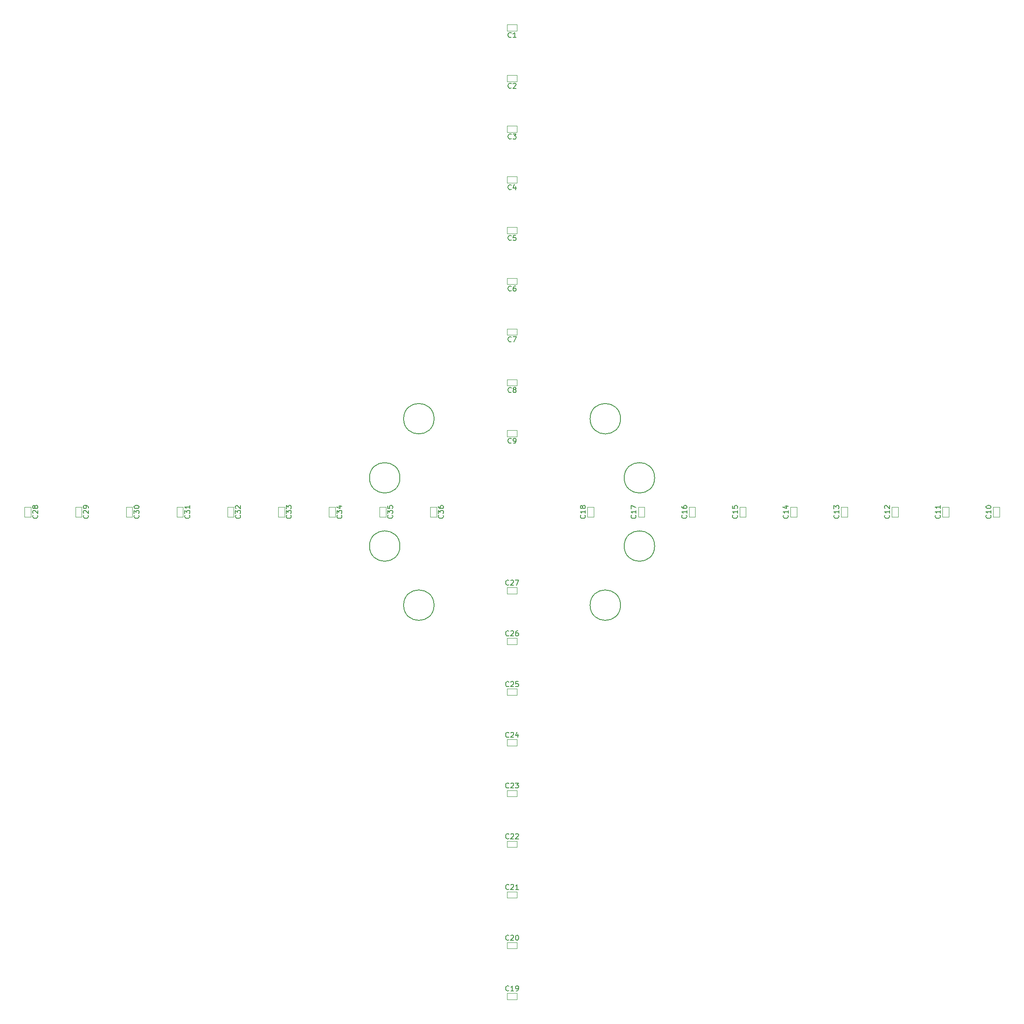
<source format=gbr>
G04 #@! TF.FileFunction,Other,Fab,Top*
%FSLAX46Y46*%
G04 Gerber Fmt 4.6, Leading zero omitted, Abs format (unit mm)*
G04 Created by KiCad (PCBNEW 4.0.4-1.fc24-product) date Wed Jul  5 07:31:47 2017*
%MOMM*%
%LPD*%
G01*
G04 APERTURE LIST*
%ADD10C,0.100000*%
%ADD11C,0.150000*%
G04 APERTURE END LIST*
D10*
X316120000Y-201000000D02*
X314880000Y-201000000D01*
X316120000Y-199000000D02*
X316120000Y-201000000D01*
X314880000Y-199000000D02*
X316120000Y-199000000D01*
X314880000Y-201000000D02*
X314880000Y-199000000D01*
X299000000Y-216120000D02*
X299000000Y-214880000D01*
X301000000Y-216120000D02*
X299000000Y-216120000D01*
X301000000Y-214880000D02*
X301000000Y-216120000D01*
X299000000Y-214880000D02*
X301000000Y-214880000D01*
X283880000Y-199000000D02*
X285120000Y-199000000D01*
X283880000Y-201000000D02*
X283880000Y-199000000D01*
X285120000Y-201000000D02*
X283880000Y-201000000D01*
X285120000Y-199000000D02*
X285120000Y-201000000D01*
X326120000Y-201000000D02*
X324880000Y-201000000D01*
X326120000Y-199000000D02*
X326120000Y-201000000D01*
X324880000Y-199000000D02*
X326120000Y-199000000D01*
X324880000Y-201000000D02*
X324880000Y-199000000D01*
X299000000Y-226120000D02*
X299000000Y-224880000D01*
X301000000Y-226120000D02*
X299000000Y-226120000D01*
X301000000Y-224880000D02*
X301000000Y-226120000D01*
X299000000Y-224880000D02*
X301000000Y-224880000D01*
X273880000Y-199000000D02*
X275120000Y-199000000D01*
X273880000Y-201000000D02*
X273880000Y-199000000D01*
X275120000Y-201000000D02*
X273880000Y-201000000D01*
X275120000Y-199000000D02*
X275120000Y-201000000D01*
X336120000Y-201000000D02*
X334880000Y-201000000D01*
X336120000Y-199000000D02*
X336120000Y-201000000D01*
X334880000Y-199000000D02*
X336120000Y-199000000D01*
X334880000Y-201000000D02*
X334880000Y-199000000D01*
X299000000Y-236120000D02*
X299000000Y-234880000D01*
X301000000Y-236120000D02*
X299000000Y-236120000D01*
X301000000Y-234880000D02*
X301000000Y-236120000D01*
X299000000Y-234880000D02*
X301000000Y-234880000D01*
X263880000Y-199000000D02*
X265120000Y-199000000D01*
X263880000Y-201000000D02*
X263880000Y-199000000D01*
X265120000Y-201000000D02*
X263880000Y-201000000D01*
X265120000Y-199000000D02*
X265120000Y-201000000D01*
X346120000Y-201000000D02*
X344880000Y-201000000D01*
X346120000Y-199000000D02*
X346120000Y-201000000D01*
X344880000Y-199000000D02*
X346120000Y-199000000D01*
X344880000Y-201000000D02*
X344880000Y-199000000D01*
X299000000Y-246120000D02*
X299000000Y-244880000D01*
X301000000Y-246120000D02*
X299000000Y-246120000D01*
X301000000Y-244880000D02*
X301000000Y-246120000D01*
X299000000Y-244880000D02*
X301000000Y-244880000D01*
X253880000Y-199000000D02*
X255120000Y-199000000D01*
X253880000Y-201000000D02*
X253880000Y-199000000D01*
X255120000Y-201000000D02*
X253880000Y-201000000D01*
X255120000Y-199000000D02*
X255120000Y-201000000D01*
X356120000Y-201000000D02*
X354880000Y-201000000D01*
X356120000Y-199000000D02*
X356120000Y-201000000D01*
X354880000Y-199000000D02*
X356120000Y-199000000D01*
X354880000Y-201000000D02*
X354880000Y-199000000D01*
X299000000Y-256120000D02*
X299000000Y-254880000D01*
X301000000Y-256120000D02*
X299000000Y-256120000D01*
X301000000Y-254880000D02*
X301000000Y-256120000D01*
X299000000Y-254880000D02*
X301000000Y-254880000D01*
X243880000Y-199000000D02*
X245120000Y-199000000D01*
X243880000Y-201000000D02*
X243880000Y-199000000D01*
X245120000Y-201000000D02*
X243880000Y-201000000D01*
X245120000Y-199000000D02*
X245120000Y-201000000D01*
X366120000Y-201000000D02*
X364880000Y-201000000D01*
X366120000Y-199000000D02*
X366120000Y-201000000D01*
X364880000Y-199000000D02*
X366120000Y-199000000D01*
X364880000Y-201000000D02*
X364880000Y-199000000D01*
X299000000Y-266120000D02*
X299000000Y-264880000D01*
X301000000Y-266120000D02*
X299000000Y-266120000D01*
X301000000Y-264880000D02*
X301000000Y-266120000D01*
X299000000Y-264880000D02*
X301000000Y-264880000D01*
X233880000Y-199000000D02*
X235120000Y-199000000D01*
X233880000Y-201000000D02*
X233880000Y-199000000D01*
X235120000Y-201000000D02*
X233880000Y-201000000D01*
X235120000Y-199000000D02*
X235120000Y-201000000D01*
X376120000Y-201000000D02*
X374880000Y-201000000D01*
X376120000Y-199000000D02*
X376120000Y-201000000D01*
X374880000Y-199000000D02*
X376120000Y-199000000D01*
X374880000Y-201000000D02*
X374880000Y-199000000D01*
X299000000Y-276120000D02*
X299000000Y-274880000D01*
X301000000Y-276120000D02*
X299000000Y-276120000D01*
X301000000Y-274880000D02*
X301000000Y-276120000D01*
X299000000Y-274880000D02*
X301000000Y-274880000D01*
X223880000Y-199000000D02*
X225120000Y-199000000D01*
X223880000Y-201000000D02*
X223880000Y-199000000D01*
X225120000Y-201000000D02*
X223880000Y-201000000D01*
X225120000Y-199000000D02*
X225120000Y-201000000D01*
X386120000Y-201000000D02*
X384880000Y-201000000D01*
X386120000Y-199000000D02*
X386120000Y-201000000D01*
X384880000Y-199000000D02*
X386120000Y-199000000D01*
X384880000Y-201000000D02*
X384880000Y-199000000D01*
X299000000Y-286120000D02*
X299000000Y-284880000D01*
X301000000Y-286120000D02*
X299000000Y-286120000D01*
X301000000Y-284880000D02*
X301000000Y-286120000D01*
X299000000Y-284880000D02*
X301000000Y-284880000D01*
X213880000Y-199000000D02*
X215120000Y-199000000D01*
X213880000Y-201000000D02*
X213880000Y-199000000D01*
X215120000Y-201000000D02*
X213880000Y-201000000D01*
X215120000Y-199000000D02*
X215120000Y-201000000D01*
X396120000Y-201000000D02*
X394880000Y-201000000D01*
X396120000Y-199000000D02*
X396120000Y-201000000D01*
X394880000Y-199000000D02*
X396120000Y-199000000D01*
X394880000Y-201000000D02*
X394880000Y-199000000D01*
X299000000Y-296120000D02*
X299000000Y-294880000D01*
X301000000Y-296120000D02*
X299000000Y-296120000D01*
X301000000Y-294880000D02*
X301000000Y-296120000D01*
X299000000Y-294880000D02*
X301000000Y-294880000D01*
X203880000Y-199000000D02*
X205120000Y-199000000D01*
X203880000Y-201000000D02*
X203880000Y-199000000D01*
X205120000Y-201000000D02*
X203880000Y-201000000D01*
X205120000Y-199000000D02*
X205120000Y-201000000D01*
X301000000Y-183880000D02*
X301000000Y-185120000D01*
X299000000Y-183880000D02*
X301000000Y-183880000D01*
X299000000Y-185120000D02*
X299000000Y-183880000D01*
X301000000Y-185120000D02*
X299000000Y-185120000D01*
X301000000Y-173880000D02*
X301000000Y-175120000D01*
X299000000Y-173880000D02*
X301000000Y-173880000D01*
X299000000Y-175120000D02*
X299000000Y-173880000D01*
X301000000Y-175120000D02*
X299000000Y-175120000D01*
X301000000Y-163880000D02*
X301000000Y-165120000D01*
X299000000Y-163880000D02*
X301000000Y-163880000D01*
X299000000Y-165120000D02*
X299000000Y-163880000D01*
X301000000Y-165120000D02*
X299000000Y-165120000D01*
X301000000Y-153880000D02*
X301000000Y-155120000D01*
X299000000Y-153880000D02*
X301000000Y-153880000D01*
X299000000Y-155120000D02*
X299000000Y-153880000D01*
X301000000Y-155120000D02*
X299000000Y-155120000D01*
X301000000Y-143880000D02*
X301000000Y-145120000D01*
X299000000Y-143880000D02*
X301000000Y-143880000D01*
X299000000Y-145120000D02*
X299000000Y-143880000D01*
X301000000Y-145120000D02*
X299000000Y-145120000D01*
X301000000Y-133880000D02*
X301000000Y-135120000D01*
X299000000Y-133880000D02*
X301000000Y-133880000D01*
X299000000Y-135120000D02*
X299000000Y-133880000D01*
X301000000Y-135120000D02*
X299000000Y-135120000D01*
X301000000Y-123880000D02*
X301000000Y-125120000D01*
X299000000Y-123880000D02*
X301000000Y-123880000D01*
X299000000Y-125120000D02*
X299000000Y-123880000D01*
X301000000Y-125120000D02*
X299000000Y-125120000D01*
X301000000Y-113880000D02*
X301000000Y-115120000D01*
X299000000Y-113880000D02*
X301000000Y-113880000D01*
X299000000Y-115120000D02*
X299000000Y-113880000D01*
X301000000Y-115120000D02*
X299000000Y-115120000D01*
D11*
X321384776Y-181615224D02*
G75*
G03X321384776Y-181615224I-3000000J0D01*
G01*
X328114071Y-193270705D02*
G75*
G03X328114071Y-193270705I-3000000J0D01*
G01*
X328114071Y-206729295D02*
G75*
G03X328114071Y-206729295I-3000000J0D01*
G01*
X321384776Y-218384776D02*
G75*
G03X321384776Y-218384776I-3000000J0D01*
G01*
X284615224Y-218384776D02*
G75*
G03X284615224Y-218384776I-3000000J0D01*
G01*
X277885929Y-206729295D02*
G75*
G03X277885929Y-206729295I-3000000J0D01*
G01*
X277885929Y-193270705D02*
G75*
G03X277885929Y-193270705I-3000000J0D01*
G01*
X284615224Y-181615224D02*
G75*
G03X284615224Y-181615224I-3000000J0D01*
G01*
D10*
X301000000Y-103880000D02*
X301000000Y-105120000D01*
X299000000Y-103880000D02*
X301000000Y-103880000D01*
X299000000Y-105120000D02*
X299000000Y-103880000D01*
X301000000Y-105120000D02*
X299000000Y-105120000D01*
D11*
X314357143Y-200642857D02*
X314404762Y-200690476D01*
X314452381Y-200833333D01*
X314452381Y-200928571D01*
X314404762Y-201071429D01*
X314309524Y-201166667D01*
X314214286Y-201214286D01*
X314023810Y-201261905D01*
X313880952Y-201261905D01*
X313690476Y-201214286D01*
X313595238Y-201166667D01*
X313500000Y-201071429D01*
X313452381Y-200928571D01*
X313452381Y-200833333D01*
X313500000Y-200690476D01*
X313547619Y-200642857D01*
X314452381Y-199690476D02*
X314452381Y-200261905D01*
X314452381Y-199976191D02*
X313452381Y-199976191D01*
X313595238Y-200071429D01*
X313690476Y-200166667D01*
X313738095Y-200261905D01*
X313880952Y-199119048D02*
X313833333Y-199214286D01*
X313785714Y-199261905D01*
X313690476Y-199309524D01*
X313642857Y-199309524D01*
X313547619Y-199261905D01*
X313500000Y-199214286D01*
X313452381Y-199119048D01*
X313452381Y-198928571D01*
X313500000Y-198833333D01*
X313547619Y-198785714D01*
X313642857Y-198738095D01*
X313690476Y-198738095D01*
X313785714Y-198785714D01*
X313833333Y-198833333D01*
X313880952Y-198928571D01*
X313880952Y-199119048D01*
X313928571Y-199214286D01*
X313976190Y-199261905D01*
X314071429Y-199309524D01*
X314261905Y-199309524D01*
X314357143Y-199261905D01*
X314404762Y-199214286D01*
X314452381Y-199119048D01*
X314452381Y-198928571D01*
X314404762Y-198833333D01*
X314357143Y-198785714D01*
X314261905Y-198738095D01*
X314071429Y-198738095D01*
X313976190Y-198785714D01*
X313928571Y-198833333D01*
X313880952Y-198928571D01*
X299357143Y-214357143D02*
X299309524Y-214404762D01*
X299166667Y-214452381D01*
X299071429Y-214452381D01*
X298928571Y-214404762D01*
X298833333Y-214309524D01*
X298785714Y-214214286D01*
X298738095Y-214023810D01*
X298738095Y-213880952D01*
X298785714Y-213690476D01*
X298833333Y-213595238D01*
X298928571Y-213500000D01*
X299071429Y-213452381D01*
X299166667Y-213452381D01*
X299309524Y-213500000D01*
X299357143Y-213547619D01*
X299738095Y-213547619D02*
X299785714Y-213500000D01*
X299880952Y-213452381D01*
X300119048Y-213452381D01*
X300214286Y-213500000D01*
X300261905Y-213547619D01*
X300309524Y-213642857D01*
X300309524Y-213738095D01*
X300261905Y-213880952D01*
X299690476Y-214452381D01*
X300309524Y-214452381D01*
X300642857Y-213452381D02*
X301309524Y-213452381D01*
X300880952Y-214452381D01*
X286357143Y-200642857D02*
X286404762Y-200690476D01*
X286452381Y-200833333D01*
X286452381Y-200928571D01*
X286404762Y-201071429D01*
X286309524Y-201166667D01*
X286214286Y-201214286D01*
X286023810Y-201261905D01*
X285880952Y-201261905D01*
X285690476Y-201214286D01*
X285595238Y-201166667D01*
X285500000Y-201071429D01*
X285452381Y-200928571D01*
X285452381Y-200833333D01*
X285500000Y-200690476D01*
X285547619Y-200642857D01*
X285452381Y-200309524D02*
X285452381Y-199690476D01*
X285833333Y-200023810D01*
X285833333Y-199880952D01*
X285880952Y-199785714D01*
X285928571Y-199738095D01*
X286023810Y-199690476D01*
X286261905Y-199690476D01*
X286357143Y-199738095D01*
X286404762Y-199785714D01*
X286452381Y-199880952D01*
X286452381Y-200166667D01*
X286404762Y-200261905D01*
X286357143Y-200309524D01*
X285452381Y-198833333D02*
X285452381Y-199023810D01*
X285500000Y-199119048D01*
X285547619Y-199166667D01*
X285690476Y-199261905D01*
X285880952Y-199309524D01*
X286261905Y-199309524D01*
X286357143Y-199261905D01*
X286404762Y-199214286D01*
X286452381Y-199119048D01*
X286452381Y-198928571D01*
X286404762Y-198833333D01*
X286357143Y-198785714D01*
X286261905Y-198738095D01*
X286023810Y-198738095D01*
X285928571Y-198785714D01*
X285880952Y-198833333D01*
X285833333Y-198928571D01*
X285833333Y-199119048D01*
X285880952Y-199214286D01*
X285928571Y-199261905D01*
X286023810Y-199309524D01*
X324357143Y-200642857D02*
X324404762Y-200690476D01*
X324452381Y-200833333D01*
X324452381Y-200928571D01*
X324404762Y-201071429D01*
X324309524Y-201166667D01*
X324214286Y-201214286D01*
X324023810Y-201261905D01*
X323880952Y-201261905D01*
X323690476Y-201214286D01*
X323595238Y-201166667D01*
X323500000Y-201071429D01*
X323452381Y-200928571D01*
X323452381Y-200833333D01*
X323500000Y-200690476D01*
X323547619Y-200642857D01*
X324452381Y-199690476D02*
X324452381Y-200261905D01*
X324452381Y-199976191D02*
X323452381Y-199976191D01*
X323595238Y-200071429D01*
X323690476Y-200166667D01*
X323738095Y-200261905D01*
X323452381Y-199357143D02*
X323452381Y-198690476D01*
X324452381Y-199119048D01*
X299357143Y-224357143D02*
X299309524Y-224404762D01*
X299166667Y-224452381D01*
X299071429Y-224452381D01*
X298928571Y-224404762D01*
X298833333Y-224309524D01*
X298785714Y-224214286D01*
X298738095Y-224023810D01*
X298738095Y-223880952D01*
X298785714Y-223690476D01*
X298833333Y-223595238D01*
X298928571Y-223500000D01*
X299071429Y-223452381D01*
X299166667Y-223452381D01*
X299309524Y-223500000D01*
X299357143Y-223547619D01*
X299738095Y-223547619D02*
X299785714Y-223500000D01*
X299880952Y-223452381D01*
X300119048Y-223452381D01*
X300214286Y-223500000D01*
X300261905Y-223547619D01*
X300309524Y-223642857D01*
X300309524Y-223738095D01*
X300261905Y-223880952D01*
X299690476Y-224452381D01*
X300309524Y-224452381D01*
X301166667Y-223452381D02*
X300976190Y-223452381D01*
X300880952Y-223500000D01*
X300833333Y-223547619D01*
X300738095Y-223690476D01*
X300690476Y-223880952D01*
X300690476Y-224261905D01*
X300738095Y-224357143D01*
X300785714Y-224404762D01*
X300880952Y-224452381D01*
X301071429Y-224452381D01*
X301166667Y-224404762D01*
X301214286Y-224357143D01*
X301261905Y-224261905D01*
X301261905Y-224023810D01*
X301214286Y-223928571D01*
X301166667Y-223880952D01*
X301071429Y-223833333D01*
X300880952Y-223833333D01*
X300785714Y-223880952D01*
X300738095Y-223928571D01*
X300690476Y-224023810D01*
X276357143Y-200642857D02*
X276404762Y-200690476D01*
X276452381Y-200833333D01*
X276452381Y-200928571D01*
X276404762Y-201071429D01*
X276309524Y-201166667D01*
X276214286Y-201214286D01*
X276023810Y-201261905D01*
X275880952Y-201261905D01*
X275690476Y-201214286D01*
X275595238Y-201166667D01*
X275500000Y-201071429D01*
X275452381Y-200928571D01*
X275452381Y-200833333D01*
X275500000Y-200690476D01*
X275547619Y-200642857D01*
X275452381Y-200309524D02*
X275452381Y-199690476D01*
X275833333Y-200023810D01*
X275833333Y-199880952D01*
X275880952Y-199785714D01*
X275928571Y-199738095D01*
X276023810Y-199690476D01*
X276261905Y-199690476D01*
X276357143Y-199738095D01*
X276404762Y-199785714D01*
X276452381Y-199880952D01*
X276452381Y-200166667D01*
X276404762Y-200261905D01*
X276357143Y-200309524D01*
X275452381Y-198785714D02*
X275452381Y-199261905D01*
X275928571Y-199309524D01*
X275880952Y-199261905D01*
X275833333Y-199166667D01*
X275833333Y-198928571D01*
X275880952Y-198833333D01*
X275928571Y-198785714D01*
X276023810Y-198738095D01*
X276261905Y-198738095D01*
X276357143Y-198785714D01*
X276404762Y-198833333D01*
X276452381Y-198928571D01*
X276452381Y-199166667D01*
X276404762Y-199261905D01*
X276357143Y-199309524D01*
X334357143Y-200642857D02*
X334404762Y-200690476D01*
X334452381Y-200833333D01*
X334452381Y-200928571D01*
X334404762Y-201071429D01*
X334309524Y-201166667D01*
X334214286Y-201214286D01*
X334023810Y-201261905D01*
X333880952Y-201261905D01*
X333690476Y-201214286D01*
X333595238Y-201166667D01*
X333500000Y-201071429D01*
X333452381Y-200928571D01*
X333452381Y-200833333D01*
X333500000Y-200690476D01*
X333547619Y-200642857D01*
X334452381Y-199690476D02*
X334452381Y-200261905D01*
X334452381Y-199976191D02*
X333452381Y-199976191D01*
X333595238Y-200071429D01*
X333690476Y-200166667D01*
X333738095Y-200261905D01*
X333452381Y-198833333D02*
X333452381Y-199023810D01*
X333500000Y-199119048D01*
X333547619Y-199166667D01*
X333690476Y-199261905D01*
X333880952Y-199309524D01*
X334261905Y-199309524D01*
X334357143Y-199261905D01*
X334404762Y-199214286D01*
X334452381Y-199119048D01*
X334452381Y-198928571D01*
X334404762Y-198833333D01*
X334357143Y-198785714D01*
X334261905Y-198738095D01*
X334023810Y-198738095D01*
X333928571Y-198785714D01*
X333880952Y-198833333D01*
X333833333Y-198928571D01*
X333833333Y-199119048D01*
X333880952Y-199214286D01*
X333928571Y-199261905D01*
X334023810Y-199309524D01*
X299357143Y-234357143D02*
X299309524Y-234404762D01*
X299166667Y-234452381D01*
X299071429Y-234452381D01*
X298928571Y-234404762D01*
X298833333Y-234309524D01*
X298785714Y-234214286D01*
X298738095Y-234023810D01*
X298738095Y-233880952D01*
X298785714Y-233690476D01*
X298833333Y-233595238D01*
X298928571Y-233500000D01*
X299071429Y-233452381D01*
X299166667Y-233452381D01*
X299309524Y-233500000D01*
X299357143Y-233547619D01*
X299738095Y-233547619D02*
X299785714Y-233500000D01*
X299880952Y-233452381D01*
X300119048Y-233452381D01*
X300214286Y-233500000D01*
X300261905Y-233547619D01*
X300309524Y-233642857D01*
X300309524Y-233738095D01*
X300261905Y-233880952D01*
X299690476Y-234452381D01*
X300309524Y-234452381D01*
X301214286Y-233452381D02*
X300738095Y-233452381D01*
X300690476Y-233928571D01*
X300738095Y-233880952D01*
X300833333Y-233833333D01*
X301071429Y-233833333D01*
X301166667Y-233880952D01*
X301214286Y-233928571D01*
X301261905Y-234023810D01*
X301261905Y-234261905D01*
X301214286Y-234357143D01*
X301166667Y-234404762D01*
X301071429Y-234452381D01*
X300833333Y-234452381D01*
X300738095Y-234404762D01*
X300690476Y-234357143D01*
X266357143Y-200642857D02*
X266404762Y-200690476D01*
X266452381Y-200833333D01*
X266452381Y-200928571D01*
X266404762Y-201071429D01*
X266309524Y-201166667D01*
X266214286Y-201214286D01*
X266023810Y-201261905D01*
X265880952Y-201261905D01*
X265690476Y-201214286D01*
X265595238Y-201166667D01*
X265500000Y-201071429D01*
X265452381Y-200928571D01*
X265452381Y-200833333D01*
X265500000Y-200690476D01*
X265547619Y-200642857D01*
X265452381Y-200309524D02*
X265452381Y-199690476D01*
X265833333Y-200023810D01*
X265833333Y-199880952D01*
X265880952Y-199785714D01*
X265928571Y-199738095D01*
X266023810Y-199690476D01*
X266261905Y-199690476D01*
X266357143Y-199738095D01*
X266404762Y-199785714D01*
X266452381Y-199880952D01*
X266452381Y-200166667D01*
X266404762Y-200261905D01*
X266357143Y-200309524D01*
X265785714Y-198833333D02*
X266452381Y-198833333D01*
X265404762Y-199071429D02*
X266119048Y-199309524D01*
X266119048Y-198690476D01*
X344357143Y-200642857D02*
X344404762Y-200690476D01*
X344452381Y-200833333D01*
X344452381Y-200928571D01*
X344404762Y-201071429D01*
X344309524Y-201166667D01*
X344214286Y-201214286D01*
X344023810Y-201261905D01*
X343880952Y-201261905D01*
X343690476Y-201214286D01*
X343595238Y-201166667D01*
X343500000Y-201071429D01*
X343452381Y-200928571D01*
X343452381Y-200833333D01*
X343500000Y-200690476D01*
X343547619Y-200642857D01*
X344452381Y-199690476D02*
X344452381Y-200261905D01*
X344452381Y-199976191D02*
X343452381Y-199976191D01*
X343595238Y-200071429D01*
X343690476Y-200166667D01*
X343738095Y-200261905D01*
X343452381Y-198785714D02*
X343452381Y-199261905D01*
X343928571Y-199309524D01*
X343880952Y-199261905D01*
X343833333Y-199166667D01*
X343833333Y-198928571D01*
X343880952Y-198833333D01*
X343928571Y-198785714D01*
X344023810Y-198738095D01*
X344261905Y-198738095D01*
X344357143Y-198785714D01*
X344404762Y-198833333D01*
X344452381Y-198928571D01*
X344452381Y-199166667D01*
X344404762Y-199261905D01*
X344357143Y-199309524D01*
X299357143Y-244357143D02*
X299309524Y-244404762D01*
X299166667Y-244452381D01*
X299071429Y-244452381D01*
X298928571Y-244404762D01*
X298833333Y-244309524D01*
X298785714Y-244214286D01*
X298738095Y-244023810D01*
X298738095Y-243880952D01*
X298785714Y-243690476D01*
X298833333Y-243595238D01*
X298928571Y-243500000D01*
X299071429Y-243452381D01*
X299166667Y-243452381D01*
X299309524Y-243500000D01*
X299357143Y-243547619D01*
X299738095Y-243547619D02*
X299785714Y-243500000D01*
X299880952Y-243452381D01*
X300119048Y-243452381D01*
X300214286Y-243500000D01*
X300261905Y-243547619D01*
X300309524Y-243642857D01*
X300309524Y-243738095D01*
X300261905Y-243880952D01*
X299690476Y-244452381D01*
X300309524Y-244452381D01*
X301166667Y-243785714D02*
X301166667Y-244452381D01*
X300928571Y-243404762D02*
X300690476Y-244119048D01*
X301309524Y-244119048D01*
X256357143Y-200642857D02*
X256404762Y-200690476D01*
X256452381Y-200833333D01*
X256452381Y-200928571D01*
X256404762Y-201071429D01*
X256309524Y-201166667D01*
X256214286Y-201214286D01*
X256023810Y-201261905D01*
X255880952Y-201261905D01*
X255690476Y-201214286D01*
X255595238Y-201166667D01*
X255500000Y-201071429D01*
X255452381Y-200928571D01*
X255452381Y-200833333D01*
X255500000Y-200690476D01*
X255547619Y-200642857D01*
X255452381Y-200309524D02*
X255452381Y-199690476D01*
X255833333Y-200023810D01*
X255833333Y-199880952D01*
X255880952Y-199785714D01*
X255928571Y-199738095D01*
X256023810Y-199690476D01*
X256261905Y-199690476D01*
X256357143Y-199738095D01*
X256404762Y-199785714D01*
X256452381Y-199880952D01*
X256452381Y-200166667D01*
X256404762Y-200261905D01*
X256357143Y-200309524D01*
X255452381Y-199357143D02*
X255452381Y-198738095D01*
X255833333Y-199071429D01*
X255833333Y-198928571D01*
X255880952Y-198833333D01*
X255928571Y-198785714D01*
X256023810Y-198738095D01*
X256261905Y-198738095D01*
X256357143Y-198785714D01*
X256404762Y-198833333D01*
X256452381Y-198928571D01*
X256452381Y-199214286D01*
X256404762Y-199309524D01*
X256357143Y-199357143D01*
X354357143Y-200642857D02*
X354404762Y-200690476D01*
X354452381Y-200833333D01*
X354452381Y-200928571D01*
X354404762Y-201071429D01*
X354309524Y-201166667D01*
X354214286Y-201214286D01*
X354023810Y-201261905D01*
X353880952Y-201261905D01*
X353690476Y-201214286D01*
X353595238Y-201166667D01*
X353500000Y-201071429D01*
X353452381Y-200928571D01*
X353452381Y-200833333D01*
X353500000Y-200690476D01*
X353547619Y-200642857D01*
X354452381Y-199690476D02*
X354452381Y-200261905D01*
X354452381Y-199976191D02*
X353452381Y-199976191D01*
X353595238Y-200071429D01*
X353690476Y-200166667D01*
X353738095Y-200261905D01*
X353785714Y-198833333D02*
X354452381Y-198833333D01*
X353404762Y-199071429D02*
X354119048Y-199309524D01*
X354119048Y-198690476D01*
X299357143Y-254357143D02*
X299309524Y-254404762D01*
X299166667Y-254452381D01*
X299071429Y-254452381D01*
X298928571Y-254404762D01*
X298833333Y-254309524D01*
X298785714Y-254214286D01*
X298738095Y-254023810D01*
X298738095Y-253880952D01*
X298785714Y-253690476D01*
X298833333Y-253595238D01*
X298928571Y-253500000D01*
X299071429Y-253452381D01*
X299166667Y-253452381D01*
X299309524Y-253500000D01*
X299357143Y-253547619D01*
X299738095Y-253547619D02*
X299785714Y-253500000D01*
X299880952Y-253452381D01*
X300119048Y-253452381D01*
X300214286Y-253500000D01*
X300261905Y-253547619D01*
X300309524Y-253642857D01*
X300309524Y-253738095D01*
X300261905Y-253880952D01*
X299690476Y-254452381D01*
X300309524Y-254452381D01*
X300642857Y-253452381D02*
X301261905Y-253452381D01*
X300928571Y-253833333D01*
X301071429Y-253833333D01*
X301166667Y-253880952D01*
X301214286Y-253928571D01*
X301261905Y-254023810D01*
X301261905Y-254261905D01*
X301214286Y-254357143D01*
X301166667Y-254404762D01*
X301071429Y-254452381D01*
X300785714Y-254452381D01*
X300690476Y-254404762D01*
X300642857Y-254357143D01*
X246357143Y-200642857D02*
X246404762Y-200690476D01*
X246452381Y-200833333D01*
X246452381Y-200928571D01*
X246404762Y-201071429D01*
X246309524Y-201166667D01*
X246214286Y-201214286D01*
X246023810Y-201261905D01*
X245880952Y-201261905D01*
X245690476Y-201214286D01*
X245595238Y-201166667D01*
X245500000Y-201071429D01*
X245452381Y-200928571D01*
X245452381Y-200833333D01*
X245500000Y-200690476D01*
X245547619Y-200642857D01*
X245452381Y-200309524D02*
X245452381Y-199690476D01*
X245833333Y-200023810D01*
X245833333Y-199880952D01*
X245880952Y-199785714D01*
X245928571Y-199738095D01*
X246023810Y-199690476D01*
X246261905Y-199690476D01*
X246357143Y-199738095D01*
X246404762Y-199785714D01*
X246452381Y-199880952D01*
X246452381Y-200166667D01*
X246404762Y-200261905D01*
X246357143Y-200309524D01*
X245547619Y-199309524D02*
X245500000Y-199261905D01*
X245452381Y-199166667D01*
X245452381Y-198928571D01*
X245500000Y-198833333D01*
X245547619Y-198785714D01*
X245642857Y-198738095D01*
X245738095Y-198738095D01*
X245880952Y-198785714D01*
X246452381Y-199357143D01*
X246452381Y-198738095D01*
X364357143Y-200642857D02*
X364404762Y-200690476D01*
X364452381Y-200833333D01*
X364452381Y-200928571D01*
X364404762Y-201071429D01*
X364309524Y-201166667D01*
X364214286Y-201214286D01*
X364023810Y-201261905D01*
X363880952Y-201261905D01*
X363690476Y-201214286D01*
X363595238Y-201166667D01*
X363500000Y-201071429D01*
X363452381Y-200928571D01*
X363452381Y-200833333D01*
X363500000Y-200690476D01*
X363547619Y-200642857D01*
X364452381Y-199690476D02*
X364452381Y-200261905D01*
X364452381Y-199976191D02*
X363452381Y-199976191D01*
X363595238Y-200071429D01*
X363690476Y-200166667D01*
X363738095Y-200261905D01*
X363452381Y-199357143D02*
X363452381Y-198738095D01*
X363833333Y-199071429D01*
X363833333Y-198928571D01*
X363880952Y-198833333D01*
X363928571Y-198785714D01*
X364023810Y-198738095D01*
X364261905Y-198738095D01*
X364357143Y-198785714D01*
X364404762Y-198833333D01*
X364452381Y-198928571D01*
X364452381Y-199214286D01*
X364404762Y-199309524D01*
X364357143Y-199357143D01*
X299357143Y-264357143D02*
X299309524Y-264404762D01*
X299166667Y-264452381D01*
X299071429Y-264452381D01*
X298928571Y-264404762D01*
X298833333Y-264309524D01*
X298785714Y-264214286D01*
X298738095Y-264023810D01*
X298738095Y-263880952D01*
X298785714Y-263690476D01*
X298833333Y-263595238D01*
X298928571Y-263500000D01*
X299071429Y-263452381D01*
X299166667Y-263452381D01*
X299309524Y-263500000D01*
X299357143Y-263547619D01*
X299738095Y-263547619D02*
X299785714Y-263500000D01*
X299880952Y-263452381D01*
X300119048Y-263452381D01*
X300214286Y-263500000D01*
X300261905Y-263547619D01*
X300309524Y-263642857D01*
X300309524Y-263738095D01*
X300261905Y-263880952D01*
X299690476Y-264452381D01*
X300309524Y-264452381D01*
X300690476Y-263547619D02*
X300738095Y-263500000D01*
X300833333Y-263452381D01*
X301071429Y-263452381D01*
X301166667Y-263500000D01*
X301214286Y-263547619D01*
X301261905Y-263642857D01*
X301261905Y-263738095D01*
X301214286Y-263880952D01*
X300642857Y-264452381D01*
X301261905Y-264452381D01*
X236357143Y-200642857D02*
X236404762Y-200690476D01*
X236452381Y-200833333D01*
X236452381Y-200928571D01*
X236404762Y-201071429D01*
X236309524Y-201166667D01*
X236214286Y-201214286D01*
X236023810Y-201261905D01*
X235880952Y-201261905D01*
X235690476Y-201214286D01*
X235595238Y-201166667D01*
X235500000Y-201071429D01*
X235452381Y-200928571D01*
X235452381Y-200833333D01*
X235500000Y-200690476D01*
X235547619Y-200642857D01*
X235452381Y-200309524D02*
X235452381Y-199690476D01*
X235833333Y-200023810D01*
X235833333Y-199880952D01*
X235880952Y-199785714D01*
X235928571Y-199738095D01*
X236023810Y-199690476D01*
X236261905Y-199690476D01*
X236357143Y-199738095D01*
X236404762Y-199785714D01*
X236452381Y-199880952D01*
X236452381Y-200166667D01*
X236404762Y-200261905D01*
X236357143Y-200309524D01*
X236452381Y-198738095D02*
X236452381Y-199309524D01*
X236452381Y-199023810D02*
X235452381Y-199023810D01*
X235595238Y-199119048D01*
X235690476Y-199214286D01*
X235738095Y-199309524D01*
X374357143Y-200642857D02*
X374404762Y-200690476D01*
X374452381Y-200833333D01*
X374452381Y-200928571D01*
X374404762Y-201071429D01*
X374309524Y-201166667D01*
X374214286Y-201214286D01*
X374023810Y-201261905D01*
X373880952Y-201261905D01*
X373690476Y-201214286D01*
X373595238Y-201166667D01*
X373500000Y-201071429D01*
X373452381Y-200928571D01*
X373452381Y-200833333D01*
X373500000Y-200690476D01*
X373547619Y-200642857D01*
X374452381Y-199690476D02*
X374452381Y-200261905D01*
X374452381Y-199976191D02*
X373452381Y-199976191D01*
X373595238Y-200071429D01*
X373690476Y-200166667D01*
X373738095Y-200261905D01*
X373547619Y-199309524D02*
X373500000Y-199261905D01*
X373452381Y-199166667D01*
X373452381Y-198928571D01*
X373500000Y-198833333D01*
X373547619Y-198785714D01*
X373642857Y-198738095D01*
X373738095Y-198738095D01*
X373880952Y-198785714D01*
X374452381Y-199357143D01*
X374452381Y-198738095D01*
X299357143Y-274357143D02*
X299309524Y-274404762D01*
X299166667Y-274452381D01*
X299071429Y-274452381D01*
X298928571Y-274404762D01*
X298833333Y-274309524D01*
X298785714Y-274214286D01*
X298738095Y-274023810D01*
X298738095Y-273880952D01*
X298785714Y-273690476D01*
X298833333Y-273595238D01*
X298928571Y-273500000D01*
X299071429Y-273452381D01*
X299166667Y-273452381D01*
X299309524Y-273500000D01*
X299357143Y-273547619D01*
X299738095Y-273547619D02*
X299785714Y-273500000D01*
X299880952Y-273452381D01*
X300119048Y-273452381D01*
X300214286Y-273500000D01*
X300261905Y-273547619D01*
X300309524Y-273642857D01*
X300309524Y-273738095D01*
X300261905Y-273880952D01*
X299690476Y-274452381D01*
X300309524Y-274452381D01*
X301261905Y-274452381D02*
X300690476Y-274452381D01*
X300976190Y-274452381D02*
X300976190Y-273452381D01*
X300880952Y-273595238D01*
X300785714Y-273690476D01*
X300690476Y-273738095D01*
X226357143Y-200642857D02*
X226404762Y-200690476D01*
X226452381Y-200833333D01*
X226452381Y-200928571D01*
X226404762Y-201071429D01*
X226309524Y-201166667D01*
X226214286Y-201214286D01*
X226023810Y-201261905D01*
X225880952Y-201261905D01*
X225690476Y-201214286D01*
X225595238Y-201166667D01*
X225500000Y-201071429D01*
X225452381Y-200928571D01*
X225452381Y-200833333D01*
X225500000Y-200690476D01*
X225547619Y-200642857D01*
X225452381Y-200309524D02*
X225452381Y-199690476D01*
X225833333Y-200023810D01*
X225833333Y-199880952D01*
X225880952Y-199785714D01*
X225928571Y-199738095D01*
X226023810Y-199690476D01*
X226261905Y-199690476D01*
X226357143Y-199738095D01*
X226404762Y-199785714D01*
X226452381Y-199880952D01*
X226452381Y-200166667D01*
X226404762Y-200261905D01*
X226357143Y-200309524D01*
X225452381Y-199071429D02*
X225452381Y-198976190D01*
X225500000Y-198880952D01*
X225547619Y-198833333D01*
X225642857Y-198785714D01*
X225833333Y-198738095D01*
X226071429Y-198738095D01*
X226261905Y-198785714D01*
X226357143Y-198833333D01*
X226404762Y-198880952D01*
X226452381Y-198976190D01*
X226452381Y-199071429D01*
X226404762Y-199166667D01*
X226357143Y-199214286D01*
X226261905Y-199261905D01*
X226071429Y-199309524D01*
X225833333Y-199309524D01*
X225642857Y-199261905D01*
X225547619Y-199214286D01*
X225500000Y-199166667D01*
X225452381Y-199071429D01*
X384357143Y-200642857D02*
X384404762Y-200690476D01*
X384452381Y-200833333D01*
X384452381Y-200928571D01*
X384404762Y-201071429D01*
X384309524Y-201166667D01*
X384214286Y-201214286D01*
X384023810Y-201261905D01*
X383880952Y-201261905D01*
X383690476Y-201214286D01*
X383595238Y-201166667D01*
X383500000Y-201071429D01*
X383452381Y-200928571D01*
X383452381Y-200833333D01*
X383500000Y-200690476D01*
X383547619Y-200642857D01*
X384452381Y-199690476D02*
X384452381Y-200261905D01*
X384452381Y-199976191D02*
X383452381Y-199976191D01*
X383595238Y-200071429D01*
X383690476Y-200166667D01*
X383738095Y-200261905D01*
X384452381Y-198738095D02*
X384452381Y-199309524D01*
X384452381Y-199023810D02*
X383452381Y-199023810D01*
X383595238Y-199119048D01*
X383690476Y-199214286D01*
X383738095Y-199309524D01*
X299357143Y-284357143D02*
X299309524Y-284404762D01*
X299166667Y-284452381D01*
X299071429Y-284452381D01*
X298928571Y-284404762D01*
X298833333Y-284309524D01*
X298785714Y-284214286D01*
X298738095Y-284023810D01*
X298738095Y-283880952D01*
X298785714Y-283690476D01*
X298833333Y-283595238D01*
X298928571Y-283500000D01*
X299071429Y-283452381D01*
X299166667Y-283452381D01*
X299309524Y-283500000D01*
X299357143Y-283547619D01*
X299738095Y-283547619D02*
X299785714Y-283500000D01*
X299880952Y-283452381D01*
X300119048Y-283452381D01*
X300214286Y-283500000D01*
X300261905Y-283547619D01*
X300309524Y-283642857D01*
X300309524Y-283738095D01*
X300261905Y-283880952D01*
X299690476Y-284452381D01*
X300309524Y-284452381D01*
X300928571Y-283452381D02*
X301023810Y-283452381D01*
X301119048Y-283500000D01*
X301166667Y-283547619D01*
X301214286Y-283642857D01*
X301261905Y-283833333D01*
X301261905Y-284071429D01*
X301214286Y-284261905D01*
X301166667Y-284357143D01*
X301119048Y-284404762D01*
X301023810Y-284452381D01*
X300928571Y-284452381D01*
X300833333Y-284404762D01*
X300785714Y-284357143D01*
X300738095Y-284261905D01*
X300690476Y-284071429D01*
X300690476Y-283833333D01*
X300738095Y-283642857D01*
X300785714Y-283547619D01*
X300833333Y-283500000D01*
X300928571Y-283452381D01*
X216357143Y-200642857D02*
X216404762Y-200690476D01*
X216452381Y-200833333D01*
X216452381Y-200928571D01*
X216404762Y-201071429D01*
X216309524Y-201166667D01*
X216214286Y-201214286D01*
X216023810Y-201261905D01*
X215880952Y-201261905D01*
X215690476Y-201214286D01*
X215595238Y-201166667D01*
X215500000Y-201071429D01*
X215452381Y-200928571D01*
X215452381Y-200833333D01*
X215500000Y-200690476D01*
X215547619Y-200642857D01*
X215547619Y-200261905D02*
X215500000Y-200214286D01*
X215452381Y-200119048D01*
X215452381Y-199880952D01*
X215500000Y-199785714D01*
X215547619Y-199738095D01*
X215642857Y-199690476D01*
X215738095Y-199690476D01*
X215880952Y-199738095D01*
X216452381Y-200309524D01*
X216452381Y-199690476D01*
X216452381Y-199214286D02*
X216452381Y-199023810D01*
X216404762Y-198928571D01*
X216357143Y-198880952D01*
X216214286Y-198785714D01*
X216023810Y-198738095D01*
X215642857Y-198738095D01*
X215547619Y-198785714D01*
X215500000Y-198833333D01*
X215452381Y-198928571D01*
X215452381Y-199119048D01*
X215500000Y-199214286D01*
X215547619Y-199261905D01*
X215642857Y-199309524D01*
X215880952Y-199309524D01*
X215976190Y-199261905D01*
X216023810Y-199214286D01*
X216071429Y-199119048D01*
X216071429Y-198928571D01*
X216023810Y-198833333D01*
X215976190Y-198785714D01*
X215880952Y-198738095D01*
X394357143Y-200642857D02*
X394404762Y-200690476D01*
X394452381Y-200833333D01*
X394452381Y-200928571D01*
X394404762Y-201071429D01*
X394309524Y-201166667D01*
X394214286Y-201214286D01*
X394023810Y-201261905D01*
X393880952Y-201261905D01*
X393690476Y-201214286D01*
X393595238Y-201166667D01*
X393500000Y-201071429D01*
X393452381Y-200928571D01*
X393452381Y-200833333D01*
X393500000Y-200690476D01*
X393547619Y-200642857D01*
X394452381Y-199690476D02*
X394452381Y-200261905D01*
X394452381Y-199976191D02*
X393452381Y-199976191D01*
X393595238Y-200071429D01*
X393690476Y-200166667D01*
X393738095Y-200261905D01*
X393452381Y-199071429D02*
X393452381Y-198976190D01*
X393500000Y-198880952D01*
X393547619Y-198833333D01*
X393642857Y-198785714D01*
X393833333Y-198738095D01*
X394071429Y-198738095D01*
X394261905Y-198785714D01*
X394357143Y-198833333D01*
X394404762Y-198880952D01*
X394452381Y-198976190D01*
X394452381Y-199071429D01*
X394404762Y-199166667D01*
X394357143Y-199214286D01*
X394261905Y-199261905D01*
X394071429Y-199309524D01*
X393833333Y-199309524D01*
X393642857Y-199261905D01*
X393547619Y-199214286D01*
X393500000Y-199166667D01*
X393452381Y-199071429D01*
X299357143Y-294357143D02*
X299309524Y-294404762D01*
X299166667Y-294452381D01*
X299071429Y-294452381D01*
X298928571Y-294404762D01*
X298833333Y-294309524D01*
X298785714Y-294214286D01*
X298738095Y-294023810D01*
X298738095Y-293880952D01*
X298785714Y-293690476D01*
X298833333Y-293595238D01*
X298928571Y-293500000D01*
X299071429Y-293452381D01*
X299166667Y-293452381D01*
X299309524Y-293500000D01*
X299357143Y-293547619D01*
X300309524Y-294452381D02*
X299738095Y-294452381D01*
X300023809Y-294452381D02*
X300023809Y-293452381D01*
X299928571Y-293595238D01*
X299833333Y-293690476D01*
X299738095Y-293738095D01*
X300785714Y-294452381D02*
X300976190Y-294452381D01*
X301071429Y-294404762D01*
X301119048Y-294357143D01*
X301214286Y-294214286D01*
X301261905Y-294023810D01*
X301261905Y-293642857D01*
X301214286Y-293547619D01*
X301166667Y-293500000D01*
X301071429Y-293452381D01*
X300880952Y-293452381D01*
X300785714Y-293500000D01*
X300738095Y-293547619D01*
X300690476Y-293642857D01*
X300690476Y-293880952D01*
X300738095Y-293976190D01*
X300785714Y-294023810D01*
X300880952Y-294071429D01*
X301071429Y-294071429D01*
X301166667Y-294023810D01*
X301214286Y-293976190D01*
X301261905Y-293880952D01*
X206357143Y-200642857D02*
X206404762Y-200690476D01*
X206452381Y-200833333D01*
X206452381Y-200928571D01*
X206404762Y-201071429D01*
X206309524Y-201166667D01*
X206214286Y-201214286D01*
X206023810Y-201261905D01*
X205880952Y-201261905D01*
X205690476Y-201214286D01*
X205595238Y-201166667D01*
X205500000Y-201071429D01*
X205452381Y-200928571D01*
X205452381Y-200833333D01*
X205500000Y-200690476D01*
X205547619Y-200642857D01*
X205547619Y-200261905D02*
X205500000Y-200214286D01*
X205452381Y-200119048D01*
X205452381Y-199880952D01*
X205500000Y-199785714D01*
X205547619Y-199738095D01*
X205642857Y-199690476D01*
X205738095Y-199690476D01*
X205880952Y-199738095D01*
X206452381Y-200309524D01*
X206452381Y-199690476D01*
X205880952Y-199119048D02*
X205833333Y-199214286D01*
X205785714Y-199261905D01*
X205690476Y-199309524D01*
X205642857Y-199309524D01*
X205547619Y-199261905D01*
X205500000Y-199214286D01*
X205452381Y-199119048D01*
X205452381Y-198928571D01*
X205500000Y-198833333D01*
X205547619Y-198785714D01*
X205642857Y-198738095D01*
X205690476Y-198738095D01*
X205785714Y-198785714D01*
X205833333Y-198833333D01*
X205880952Y-198928571D01*
X205880952Y-199119048D01*
X205928571Y-199214286D01*
X205976190Y-199261905D01*
X206071429Y-199309524D01*
X206261905Y-199309524D01*
X206357143Y-199261905D01*
X206404762Y-199214286D01*
X206452381Y-199119048D01*
X206452381Y-198928571D01*
X206404762Y-198833333D01*
X206357143Y-198785714D01*
X206261905Y-198738095D01*
X206071429Y-198738095D01*
X205976190Y-198785714D01*
X205928571Y-198833333D01*
X205880952Y-198928571D01*
X299833334Y-186357143D02*
X299785715Y-186404762D01*
X299642858Y-186452381D01*
X299547620Y-186452381D01*
X299404762Y-186404762D01*
X299309524Y-186309524D01*
X299261905Y-186214286D01*
X299214286Y-186023810D01*
X299214286Y-185880952D01*
X299261905Y-185690476D01*
X299309524Y-185595238D01*
X299404762Y-185500000D01*
X299547620Y-185452381D01*
X299642858Y-185452381D01*
X299785715Y-185500000D01*
X299833334Y-185547619D01*
X300309524Y-186452381D02*
X300500000Y-186452381D01*
X300595239Y-186404762D01*
X300642858Y-186357143D01*
X300738096Y-186214286D01*
X300785715Y-186023810D01*
X300785715Y-185642857D01*
X300738096Y-185547619D01*
X300690477Y-185500000D01*
X300595239Y-185452381D01*
X300404762Y-185452381D01*
X300309524Y-185500000D01*
X300261905Y-185547619D01*
X300214286Y-185642857D01*
X300214286Y-185880952D01*
X300261905Y-185976190D01*
X300309524Y-186023810D01*
X300404762Y-186071429D01*
X300595239Y-186071429D01*
X300690477Y-186023810D01*
X300738096Y-185976190D01*
X300785715Y-185880952D01*
X299833334Y-176357143D02*
X299785715Y-176404762D01*
X299642858Y-176452381D01*
X299547620Y-176452381D01*
X299404762Y-176404762D01*
X299309524Y-176309524D01*
X299261905Y-176214286D01*
X299214286Y-176023810D01*
X299214286Y-175880952D01*
X299261905Y-175690476D01*
X299309524Y-175595238D01*
X299404762Y-175500000D01*
X299547620Y-175452381D01*
X299642858Y-175452381D01*
X299785715Y-175500000D01*
X299833334Y-175547619D01*
X300404762Y-175880952D02*
X300309524Y-175833333D01*
X300261905Y-175785714D01*
X300214286Y-175690476D01*
X300214286Y-175642857D01*
X300261905Y-175547619D01*
X300309524Y-175500000D01*
X300404762Y-175452381D01*
X300595239Y-175452381D01*
X300690477Y-175500000D01*
X300738096Y-175547619D01*
X300785715Y-175642857D01*
X300785715Y-175690476D01*
X300738096Y-175785714D01*
X300690477Y-175833333D01*
X300595239Y-175880952D01*
X300404762Y-175880952D01*
X300309524Y-175928571D01*
X300261905Y-175976190D01*
X300214286Y-176071429D01*
X300214286Y-176261905D01*
X300261905Y-176357143D01*
X300309524Y-176404762D01*
X300404762Y-176452381D01*
X300595239Y-176452381D01*
X300690477Y-176404762D01*
X300738096Y-176357143D01*
X300785715Y-176261905D01*
X300785715Y-176071429D01*
X300738096Y-175976190D01*
X300690477Y-175928571D01*
X300595239Y-175880952D01*
X299833334Y-166357143D02*
X299785715Y-166404762D01*
X299642858Y-166452381D01*
X299547620Y-166452381D01*
X299404762Y-166404762D01*
X299309524Y-166309524D01*
X299261905Y-166214286D01*
X299214286Y-166023810D01*
X299214286Y-165880952D01*
X299261905Y-165690476D01*
X299309524Y-165595238D01*
X299404762Y-165500000D01*
X299547620Y-165452381D01*
X299642858Y-165452381D01*
X299785715Y-165500000D01*
X299833334Y-165547619D01*
X300166667Y-165452381D02*
X300833334Y-165452381D01*
X300404762Y-166452381D01*
X299833334Y-156357143D02*
X299785715Y-156404762D01*
X299642858Y-156452381D01*
X299547620Y-156452381D01*
X299404762Y-156404762D01*
X299309524Y-156309524D01*
X299261905Y-156214286D01*
X299214286Y-156023810D01*
X299214286Y-155880952D01*
X299261905Y-155690476D01*
X299309524Y-155595238D01*
X299404762Y-155500000D01*
X299547620Y-155452381D01*
X299642858Y-155452381D01*
X299785715Y-155500000D01*
X299833334Y-155547619D01*
X300690477Y-155452381D02*
X300500000Y-155452381D01*
X300404762Y-155500000D01*
X300357143Y-155547619D01*
X300261905Y-155690476D01*
X300214286Y-155880952D01*
X300214286Y-156261905D01*
X300261905Y-156357143D01*
X300309524Y-156404762D01*
X300404762Y-156452381D01*
X300595239Y-156452381D01*
X300690477Y-156404762D01*
X300738096Y-156357143D01*
X300785715Y-156261905D01*
X300785715Y-156023810D01*
X300738096Y-155928571D01*
X300690477Y-155880952D01*
X300595239Y-155833333D01*
X300404762Y-155833333D01*
X300309524Y-155880952D01*
X300261905Y-155928571D01*
X300214286Y-156023810D01*
X299833334Y-146357143D02*
X299785715Y-146404762D01*
X299642858Y-146452381D01*
X299547620Y-146452381D01*
X299404762Y-146404762D01*
X299309524Y-146309524D01*
X299261905Y-146214286D01*
X299214286Y-146023810D01*
X299214286Y-145880952D01*
X299261905Y-145690476D01*
X299309524Y-145595238D01*
X299404762Y-145500000D01*
X299547620Y-145452381D01*
X299642858Y-145452381D01*
X299785715Y-145500000D01*
X299833334Y-145547619D01*
X300738096Y-145452381D02*
X300261905Y-145452381D01*
X300214286Y-145928571D01*
X300261905Y-145880952D01*
X300357143Y-145833333D01*
X300595239Y-145833333D01*
X300690477Y-145880952D01*
X300738096Y-145928571D01*
X300785715Y-146023810D01*
X300785715Y-146261905D01*
X300738096Y-146357143D01*
X300690477Y-146404762D01*
X300595239Y-146452381D01*
X300357143Y-146452381D01*
X300261905Y-146404762D01*
X300214286Y-146357143D01*
X299833334Y-136357143D02*
X299785715Y-136404762D01*
X299642858Y-136452381D01*
X299547620Y-136452381D01*
X299404762Y-136404762D01*
X299309524Y-136309524D01*
X299261905Y-136214286D01*
X299214286Y-136023810D01*
X299214286Y-135880952D01*
X299261905Y-135690476D01*
X299309524Y-135595238D01*
X299404762Y-135500000D01*
X299547620Y-135452381D01*
X299642858Y-135452381D01*
X299785715Y-135500000D01*
X299833334Y-135547619D01*
X300690477Y-135785714D02*
X300690477Y-136452381D01*
X300452381Y-135404762D02*
X300214286Y-136119048D01*
X300833334Y-136119048D01*
X299833334Y-126357143D02*
X299785715Y-126404762D01*
X299642858Y-126452381D01*
X299547620Y-126452381D01*
X299404762Y-126404762D01*
X299309524Y-126309524D01*
X299261905Y-126214286D01*
X299214286Y-126023810D01*
X299214286Y-125880952D01*
X299261905Y-125690476D01*
X299309524Y-125595238D01*
X299404762Y-125500000D01*
X299547620Y-125452381D01*
X299642858Y-125452381D01*
X299785715Y-125500000D01*
X299833334Y-125547619D01*
X300166667Y-125452381D02*
X300785715Y-125452381D01*
X300452381Y-125833333D01*
X300595239Y-125833333D01*
X300690477Y-125880952D01*
X300738096Y-125928571D01*
X300785715Y-126023810D01*
X300785715Y-126261905D01*
X300738096Y-126357143D01*
X300690477Y-126404762D01*
X300595239Y-126452381D01*
X300309524Y-126452381D01*
X300214286Y-126404762D01*
X300166667Y-126357143D01*
X299833334Y-116357143D02*
X299785715Y-116404762D01*
X299642858Y-116452381D01*
X299547620Y-116452381D01*
X299404762Y-116404762D01*
X299309524Y-116309524D01*
X299261905Y-116214286D01*
X299214286Y-116023810D01*
X299214286Y-115880952D01*
X299261905Y-115690476D01*
X299309524Y-115595238D01*
X299404762Y-115500000D01*
X299547620Y-115452381D01*
X299642858Y-115452381D01*
X299785715Y-115500000D01*
X299833334Y-115547619D01*
X300214286Y-115547619D02*
X300261905Y-115500000D01*
X300357143Y-115452381D01*
X300595239Y-115452381D01*
X300690477Y-115500000D01*
X300738096Y-115547619D01*
X300785715Y-115642857D01*
X300785715Y-115738095D01*
X300738096Y-115880952D01*
X300166667Y-116452381D01*
X300785715Y-116452381D01*
X299833334Y-106357143D02*
X299785715Y-106404762D01*
X299642858Y-106452381D01*
X299547620Y-106452381D01*
X299404762Y-106404762D01*
X299309524Y-106309524D01*
X299261905Y-106214286D01*
X299214286Y-106023810D01*
X299214286Y-105880952D01*
X299261905Y-105690476D01*
X299309524Y-105595238D01*
X299404762Y-105500000D01*
X299547620Y-105452381D01*
X299642858Y-105452381D01*
X299785715Y-105500000D01*
X299833334Y-105547619D01*
X300785715Y-106452381D02*
X300214286Y-106452381D01*
X300500000Y-106452381D02*
X300500000Y-105452381D01*
X300404762Y-105595238D01*
X300309524Y-105690476D01*
X300214286Y-105738095D01*
M02*

</source>
